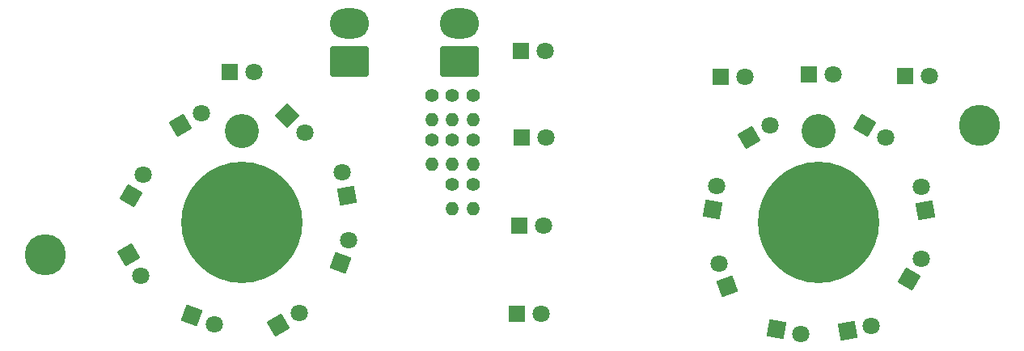
<source format=gbr>
%TF.GenerationSoftware,KiCad,Pcbnew,(6.0.7-1)-1*%
%TF.CreationDate,2023-10-30T16:23:39+10:00*%
%TF.ProjectId,HYD ISO Panel PCB V2,48594420-4953-44f2-9050-616e656c2050,rev?*%
%TF.SameCoordinates,Original*%
%TF.FileFunction,Soldermask,Top*%
%TF.FilePolarity,Negative*%
%FSLAX46Y46*%
G04 Gerber Fmt 4.6, Leading zero omitted, Abs format (unit mm)*
G04 Created by KiCad (PCBNEW (6.0.7-1)-1) date 2023-10-30 16:23:39*
%MOMM*%
%LPD*%
G01*
G04 APERTURE LIST*
G04 Aperture macros list*
%AMRoundRect*
0 Rectangle with rounded corners*
0 $1 Rounding radius*
0 $2 $3 $4 $5 $6 $7 $8 $9 X,Y pos of 4 corners*
0 Add a 4 corners polygon primitive as box body*
4,1,4,$2,$3,$4,$5,$6,$7,$8,$9,$2,$3,0*
0 Add four circle primitives for the rounded corners*
1,1,$1+$1,$2,$3*
1,1,$1+$1,$4,$5*
1,1,$1+$1,$6,$7*
1,1,$1+$1,$8,$9*
0 Add four rect primitives between the rounded corners*
20,1,$1+$1,$2,$3,$4,$5,0*
20,1,$1+$1,$4,$5,$6,$7,0*
20,1,$1+$1,$6,$7,$8,$9,0*
20,1,$1+$1,$8,$9,$2,$3,0*%
%AMRotRect*
0 Rectangle, with rotation*
0 The origin of the aperture is its center*
0 $1 length*
0 $2 width*
0 $3 Rotation angle, in degrees counterclockwise*
0 Add horizontal line*
21,1,$1,$2,0,0,$3*%
G04 Aperture macros list end*
%ADD10R,1.800000X1.800000*%
%ADD11C,1.800000*%
%ADD12RotRect,1.800000X1.800000X315.000000*%
%ADD13RotRect,1.800000X1.800000X100.000000*%
%ADD14RotRect,1.800000X1.800000X70.000000*%
%ADD15RotRect,1.800000X1.800000X30.000000*%
%ADD16RotRect,1.800000X1.800000X340.000000*%
%ADD17RotRect,1.800000X1.800000X300.000000*%
%ADD18RotRect,1.800000X1.800000X60.000000*%
%ADD19RotRect,1.800000X1.800000X330.000000*%
%ADD20RotRect,1.800000X1.800000X80.000000*%
%ADD21RotRect,1.800000X1.800000X110.000000*%
%ADD22RotRect,1.800000X1.800000X350.000000*%
%ADD23RotRect,1.800000X1.800000X10.000000*%
%ADD24C,3.572000*%
%ADD25C,12.700000*%
%ADD26C,4.300000*%
%ADD27RoundRect,0.250000X1.800000X-1.330000X1.800000X1.330000X-1.800000X1.330000X-1.800000X-1.330000X0*%
%ADD28O,4.100000X3.160000*%
%ADD29C,1.400000*%
%ADD30O,1.400000X1.400000*%
G04 APERTURE END LIST*
D10*
%TO.C,D1*%
X90425000Y-68150000D03*
D11*
X92965000Y-68150000D03*
%TD*%
D12*
%TO.C,D2*%
X96500000Y-72700000D03*
D11*
X98296051Y-74496051D03*
%TD*%
D13*
%TO.C,D3*%
X102700000Y-81100000D03*
D11*
X102258934Y-78598588D03*
%TD*%
D14*
%TO.C,D4*%
X102013900Y-88098100D03*
D11*
X102882631Y-85711281D03*
%TD*%
D15*
%TO.C,D5*%
X95500000Y-94600000D03*
D11*
X97699705Y-93330000D03*
%TD*%
D16*
%TO.C,D6*%
X86451900Y-93663900D03*
D11*
X88838719Y-94532631D03*
%TD*%
D17*
%TO.C,D7*%
X79862500Y-87245800D03*
D11*
X81132500Y-89445505D03*
%TD*%
D18*
%TO.C,D8*%
X80150000Y-81100000D03*
D11*
X81420000Y-78900295D03*
%TD*%
D15*
%TO.C,D9*%
X85250000Y-73750000D03*
D11*
X87449705Y-72480000D03*
%TD*%
D10*
%TO.C,D10*%
X120975000Y-65950000D03*
D11*
X123515000Y-65950000D03*
%TD*%
D10*
%TO.C,D11*%
X121025000Y-75000000D03*
D11*
X123565000Y-75000000D03*
%TD*%
D10*
%TO.C,D12*%
X120750000Y-84200000D03*
D11*
X123290000Y-84200000D03*
%TD*%
D10*
%TO.C,D13*%
X120550000Y-93450000D03*
D11*
X123090000Y-93450000D03*
%TD*%
D10*
%TO.C,D14*%
X141825000Y-68650000D03*
D11*
X144365000Y-68650000D03*
%TD*%
D10*
%TO.C,D15*%
X151050000Y-68402000D03*
D11*
X153590000Y-68402000D03*
%TD*%
D10*
%TO.C,D16*%
X161126000Y-68554400D03*
D11*
X163666000Y-68554400D03*
%TD*%
D15*
%TO.C,D17*%
X144845800Y-75037500D03*
D11*
X147045505Y-73767500D03*
%TD*%
D19*
%TO.C,D18*%
X156945800Y-73762500D03*
D11*
X159145505Y-75032500D03*
%TD*%
D20*
%TO.C,D24*%
X140978600Y-82555600D03*
D11*
X141419666Y-80054188D03*
%TD*%
D13*
%TO.C,D19*%
X163300000Y-82650000D03*
D11*
X162858934Y-80148588D03*
%TD*%
D21*
%TO.C,D23*%
X142533200Y-90600000D03*
D11*
X141664469Y-88213181D03*
%TD*%
D18*
%TO.C,D20*%
X161612500Y-89854200D03*
D11*
X162882500Y-87654495D03*
%TD*%
D22*
%TO.C,D22*%
X147725000Y-95100000D03*
D11*
X150226412Y-95541066D03*
%TD*%
D23*
%TO.C,D21*%
X155125000Y-95200000D03*
D11*
X157626412Y-94758934D03*
%TD*%
D24*
%TO.C,REF04*%
X91748600Y-74359800D03*
D25*
X91748600Y-83884800D03*
X91748600Y-83884800D03*
%TD*%
D24*
%TO.C,REF03*%
X152073600Y-74359800D03*
D25*
X152073600Y-83884800D03*
X152073600Y-83884800D03*
%TD*%
D26*
%TO.C,REF01*%
X71111100Y-87250300D03*
%TD*%
%TO.C,REF02*%
X168901100Y-73724800D03*
%TD*%
D27*
%TO.C,J1*%
X103019000Y-67004000D03*
D28*
X103019000Y-63044000D03*
%TD*%
D27*
%TO.C,J2*%
X114525000Y-67004000D03*
D28*
X114525000Y-63044000D03*
%TD*%
D29*
%TO.C,R1*%
X115900000Y-70580000D03*
D30*
X115900000Y-73120000D03*
%TD*%
D29*
%TO.C,R5*%
X115900000Y-79900000D03*
D30*
X115900000Y-82440000D03*
%TD*%
D29*
%TO.C,R6*%
X115900000Y-75230000D03*
D30*
X115900000Y-77770000D03*
%TD*%
D29*
%TO.C,R2*%
X113750000Y-79900000D03*
D30*
X113750000Y-82440000D03*
%TD*%
D29*
%TO.C,R3*%
X111600000Y-70580000D03*
D30*
X111600000Y-73120000D03*
%TD*%
D29*
%TO.C,R8*%
X113750000Y-75230000D03*
D30*
X113750000Y-77770000D03*
%TD*%
D29*
%TO.C,R4*%
X111600000Y-75230000D03*
D30*
X111600000Y-77770000D03*
%TD*%
D29*
%TO.C,R7*%
X113750000Y-70580000D03*
D30*
X113750000Y-73120000D03*
%TD*%
M02*

</source>
